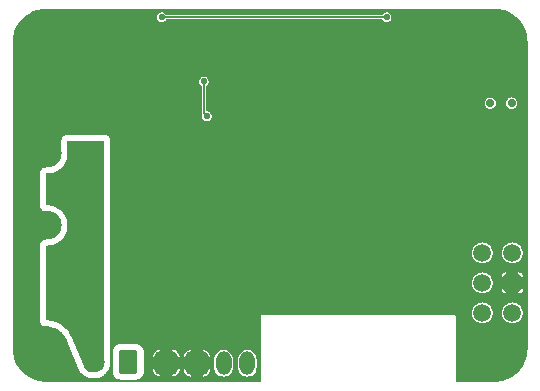
<source format=gbl>
G04*
G04 #@! TF.GenerationSoftware,Altium Limited,Altium Designer,20.1.8 (145)*
G04*
G04 Layer_Physical_Order=2*
G04 Layer_Color=16711680*
%FSAX44Y44*%
%MOMM*%
G71*
G04*
G04 #@! TF.SameCoordinates,038E23F0-B42B-4C45-894E-EE78EB3E0CC3*
G04*
G04*
G04 #@! TF.FilePolarity,Positive*
G04*
G01*
G75*
%ADD14C,0.1270*%
%ADD52C,1.5000*%
G04:AMPARAMS|DCode=53|XSize=1.5mm|YSize=1.5mm|CornerRadius=0.15mm|HoleSize=0mm|Usage=FLASHONLY|Rotation=180.000|XOffset=0mm|YOffset=0mm|HoleType=Round|Shape=RoundedRectangle|*
%AMROUNDEDRECTD53*
21,1,1.5000,1.2000,0,0,180.0*
21,1,1.2000,1.5000,0,0,180.0*
1,1,0.3000,-0.6000,0.6000*
1,1,0.3000,0.6000,0.6000*
1,1,0.3000,0.6000,-0.6000*
1,1,0.3000,-0.6000,-0.6000*
%
%ADD53ROUNDEDRECTD53*%
%ADD66C,0.7000*%
G04:AMPARAMS|DCode=67|XSize=1.6mm|YSize=2mm|CornerRadius=0.16mm|HoleSize=0mm|Usage=FLASHONLY|Rotation=0.000|XOffset=0mm|YOffset=0mm|HoleType=Round|Shape=RoundedRectangle|*
%AMROUNDEDRECTD67*
21,1,1.6000,1.6800,0,0,0.0*
21,1,1.2800,2.0000,0,0,0.0*
1,1,0.3200,0.6400,-0.8400*
1,1,0.3200,-0.6400,-0.8400*
1,1,0.3200,-0.6400,0.8400*
1,1,0.3200,0.6400,0.8400*
%
%ADD67ROUNDEDRECTD67*%
%ADD68C,1.8000*%
%ADD69O,4.0000X2.4000*%
%ADD70C,3.8000*%
G04:AMPARAMS|DCode=71|XSize=1.3mm|YSize=2mm|CornerRadius=0.65mm|HoleSize=0mm|Usage=FLASHONLY|Rotation=0.000|XOffset=0mm|YOffset=0mm|HoleType=Round|Shape=RoundedRectangle|*
%AMROUNDEDRECTD71*
21,1,1.3000,0.7000,0,0,0.0*
21,1,0.0000,2.0000,0,0,0.0*
1,1,1.3000,0.0000,-0.3500*
1,1,1.3000,0.0000,-0.3500*
1,1,1.3000,0.0000,0.3500*
1,1,1.3000,0.0000,0.3500*
%
%ADD71ROUNDEDRECTD71*%
G04:AMPARAMS|DCode=72|XSize=2mm|YSize=2mm|CornerRadius=0.5mm|HoleSize=0mm|Usage=FLASHONLY|Rotation=0.000|XOffset=0mm|YOffset=0mm|HoleType=Round|Shape=RoundedRectangle|*
%AMROUNDEDRECTD72*
21,1,2.0000,1.0000,0,0,0.0*
21,1,1.0000,2.0000,0,0,0.0*
1,1,1.0000,0.5000,-0.5000*
1,1,1.0000,-0.5000,-0.5000*
1,1,1.0000,-0.5000,0.5000*
1,1,1.0000,0.5000,0.5000*
%
%ADD72ROUNDEDRECTD72*%
%ADD73C,0.6600*%
%ADD74C,0.5600*%
G36*
X00030000Y00317855D02*
X00410000D01*
X00410084Y00317866D01*
X00412187Y00317783D01*
X00414360Y00317526D01*
X00416506Y00317099D01*
X00418612Y00316505D01*
X00420665Y00315748D01*
X00422652Y00314832D01*
X00424562Y00313762D01*
X00426381Y00312547D01*
X00428100Y00311192D01*
X00429706Y00309706D01*
X00431192Y00308099D01*
X00432547Y00306381D01*
X00433762Y00304562D01*
X00434832Y00302652D01*
X00435748Y00300665D01*
X00436505Y00298612D01*
X00437099Y00296506D01*
X00437526Y00294360D01*
X00437783Y00292187D01*
X00437820Y00291262D01*
X00437855Y00290000D01*
X00437855Y00290000D01*
X00437855Y00288761D01*
Y00030000D01*
X00437866Y00029915D01*
X00437783Y00027813D01*
X00437526Y00025640D01*
X00437099Y00023494D01*
X00436505Y00021388D01*
X00435748Y00019335D01*
X00434832Y00017348D01*
X00433762Y00015438D01*
X00432547Y00013619D01*
X00431192Y00011901D01*
X00429706Y00010294D01*
X00428100Y00008808D01*
X00426381Y00007454D01*
X00424562Y00006238D01*
X00422652Y00005168D01*
X00420665Y00004252D01*
X00418612Y00003495D01*
X00416506Y00002901D01*
X00414360Y00002474D01*
X00412187Y00002217D01*
X00411261Y00002181D01*
X00410000Y00002145D01*
X00410000Y00002145D01*
X00408752Y00002145D01*
X00377494D01*
Y00057227D01*
X00377396Y00057722D01*
X00377115Y00058142D01*
X00376695Y00058423D01*
X00376200Y00058522D01*
X00213121D01*
X00212626Y00058423D01*
X00212206Y00058142D01*
X00211925Y00057722D01*
X00211827Y00057227D01*
Y00002145D01*
X00030000D01*
X00029915Y00002134D01*
X00027813Y00002217D01*
X00025640Y00002474D01*
X00023494Y00002901D01*
X00021388Y00003495D01*
X00019335Y00004252D01*
X00017348Y00005168D01*
X00015438Y00006238D01*
X00013619Y00007453D01*
X00011901Y00008808D01*
X00010294Y00010294D01*
X00008808Y00011901D01*
X00007454Y00013619D01*
X00006238Y00015438D01*
X00005168Y00017348D01*
X00004252Y00019335D01*
X00003495Y00021388D01*
X00002901Y00023494D01*
X00002474Y00025640D01*
X00002217Y00027813D01*
X00002134Y00029915D01*
X00002145Y00030000D01*
Y00290369D01*
X00002217Y00292187D01*
X00002474Y00294360D01*
X00002901Y00296506D01*
X00003495Y00298612D01*
X00004252Y00300665D01*
X00005168Y00302652D01*
X00006238Y00304562D01*
X00007453Y00306381D01*
X00008808Y00308099D01*
X00010294Y00309706D01*
X00011901Y00311192D01*
X00013619Y00312547D01*
X00015438Y00313762D01*
X00017348Y00314832D01*
X00019335Y00315748D01*
X00021388Y00316505D01*
X00023494Y00317099D01*
X00025640Y00317526D01*
X00027813Y00317783D01*
X00029915Y00317866D01*
X00030000Y00317855D01*
D02*
G37*
%LPC*%
G36*
X00318568Y00314816D02*
X00317771Y00314737D01*
X00317003Y00314504D01*
X00316296Y00314126D01*
X00315676Y00313618D01*
X00315168Y00312998D01*
X00314981Y00312647D01*
X00131724D01*
X00131537Y00312998D01*
X00131028Y00313618D01*
X00130408Y00314126D01*
X00129701Y00314504D01*
X00128934Y00314737D01*
X00128136Y00314816D01*
X00127338Y00314737D01*
X00126571Y00314504D01*
X00125864Y00314126D01*
X00125244Y00313618D01*
X00124736Y00312998D01*
X00124358Y00312291D01*
X00124125Y00311524D01*
X00124046Y00310726D01*
X00124125Y00309928D01*
X00124358Y00309161D01*
X00124736Y00308454D01*
X00125244Y00307834D01*
X00125864Y00307325D01*
X00126571Y00306947D01*
X00127338Y00306715D01*
X00128136Y00306636D01*
X00128934Y00306715D01*
X00129701Y00306947D01*
X00130408Y00307325D01*
X00131028Y00307834D01*
X00131537Y00308454D01*
X00131724Y00308804D01*
X00314981D01*
X00315168Y00308454D01*
X00315676Y00307834D01*
X00316296Y00307325D01*
X00317003Y00306947D01*
X00317771Y00306715D01*
X00318568Y00306636D01*
X00319366Y00306715D01*
X00320133Y00306947D01*
X00320840Y00307325D01*
X00321460Y00307834D01*
X00321969Y00308454D01*
X00322347Y00309161D01*
X00322579Y00309928D01*
X00322658Y00310726D01*
X00322579Y00311524D01*
X00322347Y00312291D01*
X00321969Y00312998D01*
X00321460Y00313618D01*
X00320840Y00314126D01*
X00320133Y00314504D01*
X00319366Y00314737D01*
X00318568Y00314816D01*
D02*
G37*
G36*
X00146268Y00279147D02*
X00145582Y00279079D01*
X00144923Y00278879D01*
X00144314Y00278554D01*
X00143782Y00278117D01*
X00143344Y00277584D01*
X00143019Y00276976D01*
X00142819Y00276316D01*
X00142752Y00275630D01*
X00142819Y00274944D01*
X00143019Y00274284D01*
X00143344Y00273676D01*
X00143782Y00273143D01*
X00144314Y00272706D01*
X00144923Y00272381D01*
X00145582Y00272181D01*
X00146268Y00272113D01*
X00146954Y00272181D01*
X00147614Y00272381D01*
X00148222Y00272706D01*
X00148755Y00273143D01*
X00149193Y00273676D01*
X00149518Y00274284D01*
X00149718Y00274944D01*
X00149785Y00275630D01*
X00149718Y00276316D01*
X00149518Y00276976D01*
X00149193Y00277584D01*
X00148755Y00278117D01*
X00148222Y00278554D01*
X00147614Y00278879D01*
X00146954Y00279079D01*
X00146268Y00279147D01*
D02*
G37*
G36*
X00424384Y00242793D02*
X00423449Y00242701D01*
X00422550Y00242428D01*
X00421721Y00241985D01*
X00420995Y00241389D01*
X00420399Y00240663D01*
X00419956Y00239834D01*
X00419683Y00238935D01*
X00419591Y00238000D01*
X00419683Y00237065D01*
X00419956Y00236166D01*
X00420399Y00235337D01*
X00420995Y00234611D01*
X00421721Y00234015D01*
X00422550Y00233572D01*
X00423449Y00233299D01*
X00424384Y00233207D01*
X00425319Y00233299D01*
X00426218Y00233572D01*
X00427047Y00234015D01*
X00427773Y00234611D01*
X00428369Y00235337D01*
X00428812Y00236166D01*
X00429085Y00237065D01*
X00429177Y00238000D01*
X00429085Y00238935D01*
X00428812Y00239834D01*
X00428369Y00240663D01*
X00427773Y00241389D01*
X00427047Y00241985D01*
X00426218Y00242428D01*
X00425319Y00242701D01*
X00424384Y00242793D01*
D02*
G37*
G36*
X00406384D02*
X00405449Y00242701D01*
X00404550Y00242428D01*
X00403721Y00241985D01*
X00402995Y00241389D01*
X00402399Y00240663D01*
X00401956Y00239834D01*
X00401683Y00238935D01*
X00401591Y00238000D01*
X00401683Y00237065D01*
X00401956Y00236166D01*
X00402399Y00235337D01*
X00402995Y00234611D01*
X00403721Y00234015D01*
X00404550Y00233572D01*
X00405449Y00233299D01*
X00406384Y00233207D01*
X00407319Y00233299D01*
X00408218Y00233572D01*
X00409047Y00234015D01*
X00409773Y00234611D01*
X00410369Y00235337D01*
X00410812Y00236166D01*
X00411085Y00237065D01*
X00411177Y00238000D01*
X00411085Y00238935D01*
X00410812Y00239834D01*
X00410369Y00240663D01*
X00409773Y00241389D01*
X00409047Y00241985D01*
X00408218Y00242428D01*
X00407319Y00242701D01*
X00406384Y00242793D01*
D02*
G37*
G36*
X00163902Y00260372D02*
X00163104Y00260294D01*
X00162337Y00260061D01*
X00161630Y00259683D01*
X00161010Y00259174D01*
X00160502Y00258555D01*
X00160124Y00257848D01*
X00159891Y00257080D01*
X00159813Y00256283D01*
X00159891Y00255485D01*
X00160124Y00254718D01*
X00160502Y00254011D01*
X00161010Y00253391D01*
X00161630Y00252882D01*
X00161981Y00252695D01*
Y00229384D01*
X00161981Y00229384D01*
X00162046Y00228887D01*
X00162238Y00228424D01*
X00162509Y00228071D01*
X00162391Y00227682D01*
X00162313Y00226884D01*
X00162391Y00226086D01*
X00162624Y00225319D01*
X00163002Y00224612D01*
X00163510Y00223992D01*
X00164130Y00223484D01*
X00164837Y00223106D01*
X00165604Y00222873D01*
X00166402Y00222794D01*
X00167200Y00222873D01*
X00167967Y00223106D01*
X00168674Y00223484D01*
X00169294Y00223992D01*
X00169803Y00224612D01*
X00170181Y00225319D01*
X00170413Y00226086D01*
X00170492Y00226884D01*
X00170413Y00227682D01*
X00170181Y00228449D01*
X00169803Y00229156D01*
X00169294Y00229776D01*
X00168674Y00230285D01*
X00167967Y00230663D01*
X00167200Y00230895D01*
X00166402Y00230974D01*
X00165824Y00231498D01*
Y00252695D01*
X00166174Y00252882D01*
X00166794Y00253391D01*
X00167303Y00254011D01*
X00167681Y00254718D01*
X00167913Y00255485D01*
X00167992Y00256283D01*
X00167913Y00257080D01*
X00167681Y00257848D01*
X00167303Y00258555D01*
X00166794Y00259174D01*
X00166174Y00259683D01*
X00165467Y00260061D01*
X00164700Y00260294D01*
X00163902Y00260372D01*
D02*
G37*
G36*
X00425066Y00120021D02*
X00423919Y00119946D01*
X00422791Y00119721D01*
X00421703Y00119352D01*
X00420672Y00118843D01*
X00419716Y00118205D01*
X00418851Y00117447D01*
X00418093Y00116582D01*
X00417455Y00115626D01*
X00416946Y00114595D01*
X00416577Y00113507D01*
X00416352Y00112379D01*
X00416277Y00111232D01*
X00416352Y00110085D01*
X00416577Y00108957D01*
X00416946Y00107869D01*
X00417455Y00106838D01*
X00418093Y00105882D01*
X00418851Y00105017D01*
X00419716Y00104259D01*
X00420672Y00103621D01*
X00421703Y00103112D01*
X00422791Y00102743D01*
X00423919Y00102518D01*
X00425066Y00102443D01*
X00426213Y00102518D01*
X00427341Y00102743D01*
X00428429Y00103112D01*
X00429460Y00103621D01*
X00430416Y00104259D01*
X00431281Y00105017D01*
X00432039Y00105882D01*
X00432677Y00106838D01*
X00433186Y00107869D01*
X00433555Y00108957D01*
X00433780Y00110085D01*
X00433855Y00111232D01*
X00433780Y00112379D01*
X00433555Y00113507D01*
X00433186Y00114595D01*
X00432677Y00115626D01*
X00432039Y00116582D01*
X00431281Y00117447D01*
X00430416Y00118205D01*
X00429460Y00118843D01*
X00428429Y00119352D01*
X00427341Y00119721D01*
X00426213Y00119946D01*
X00425066Y00120021D01*
D02*
G37*
G36*
X00399666D02*
X00398519Y00119946D01*
X00397391Y00119721D01*
X00396303Y00119352D01*
X00395272Y00118843D01*
X00394316Y00118205D01*
X00393451Y00117447D01*
X00392693Y00116582D01*
X00392055Y00115626D01*
X00391546Y00114595D01*
X00391177Y00113507D01*
X00390952Y00112379D01*
X00390877Y00111232D01*
X00390952Y00110085D01*
X00391177Y00108957D01*
X00391546Y00107869D01*
X00392055Y00106838D01*
X00392693Y00105882D01*
X00393451Y00105017D01*
X00394316Y00104259D01*
X00395272Y00103621D01*
X00396303Y00103112D01*
X00397391Y00102743D01*
X00398519Y00102518D01*
X00399666Y00102443D01*
X00400813Y00102518D01*
X00401941Y00102743D01*
X00403029Y00103112D01*
X00404060Y00103621D01*
X00405016Y00104259D01*
X00405881Y00105017D01*
X00406639Y00105882D01*
X00407277Y00106838D01*
X00407786Y00107869D01*
X00408155Y00108957D01*
X00408380Y00110085D01*
X00408455Y00111232D01*
X00408380Y00112379D01*
X00408155Y00113507D01*
X00407786Y00114595D01*
X00407277Y00115626D01*
X00406639Y00116582D01*
X00405881Y00117447D01*
X00405016Y00118205D01*
X00404060Y00118843D01*
X00403029Y00119352D01*
X00401941Y00119721D01*
X00400813Y00119946D01*
X00399666Y00120021D01*
D02*
G37*
G36*
X00431066Y00094626D02*
X00430146D01*
Y00090912D01*
X00433860D01*
Y00091832D01*
X00433765Y00092555D01*
X00433486Y00093229D01*
X00433042Y00093808D01*
X00432463Y00094252D01*
X00431789Y00094531D01*
X00431066Y00094626D01*
D02*
G37*
G36*
X00419986D02*
X00419066D01*
X00418343Y00094531D01*
X00417669Y00094252D01*
X00417090Y00093808D01*
X00416646Y00093229D01*
X00416367Y00092555D01*
X00416272Y00091832D01*
Y00090912D01*
X00419986D01*
Y00094626D01*
D02*
G37*
G36*
X00399666Y00094621D02*
X00398519Y00094546D01*
X00397391Y00094321D01*
X00396303Y00093952D01*
X00395272Y00093443D01*
X00394316Y00092805D01*
X00393451Y00092047D01*
X00392693Y00091182D01*
X00392055Y00090226D01*
X00391546Y00089195D01*
X00391177Y00088107D01*
X00390952Y00086979D01*
X00390877Y00085832D01*
X00390952Y00084685D01*
X00391177Y00083557D01*
X00391546Y00082469D01*
X00392055Y00081438D01*
X00392693Y00080482D01*
X00393451Y00079617D01*
X00394316Y00078859D01*
X00395272Y00078221D01*
X00396303Y00077712D01*
X00397391Y00077343D01*
X00398519Y00077118D01*
X00399666Y00077043D01*
X00400813Y00077118D01*
X00401941Y00077343D01*
X00403029Y00077712D01*
X00404060Y00078221D01*
X00405016Y00078859D01*
X00405881Y00079617D01*
X00406639Y00080482D01*
X00407277Y00081438D01*
X00407786Y00082469D01*
X00408155Y00083557D01*
X00408380Y00084685D01*
X00408455Y00085832D01*
X00408380Y00086979D01*
X00408155Y00088107D01*
X00407786Y00089195D01*
X00407277Y00090226D01*
X00406639Y00091182D01*
X00405881Y00092047D01*
X00405016Y00092805D01*
X00404060Y00093443D01*
X00403029Y00093952D01*
X00401941Y00094321D01*
X00400813Y00094546D01*
X00399666Y00094621D01*
D02*
G37*
G36*
X00433860Y00080752D02*
X00430146D01*
Y00077038D01*
X00431066D01*
X00431789Y00077133D01*
X00432463Y00077412D01*
X00433042Y00077856D01*
X00433486Y00078435D01*
X00433765Y00079109D01*
X00433860Y00079832D01*
Y00080752D01*
D02*
G37*
G36*
X00419986D02*
X00416272D01*
Y00079832D01*
X00416367Y00079109D01*
X00416646Y00078435D01*
X00417090Y00077856D01*
X00417669Y00077412D01*
X00418343Y00077133D01*
X00419066Y00077038D01*
X00419986D01*
Y00080752D01*
D02*
G37*
G36*
X00425066Y00069221D02*
X00423919Y00069146D01*
X00422791Y00068921D01*
X00421703Y00068552D01*
X00420672Y00068043D01*
X00419716Y00067405D01*
X00418851Y00066647D01*
X00418093Y00065782D01*
X00417455Y00064826D01*
X00416946Y00063795D01*
X00416577Y00062707D01*
X00416352Y00061579D01*
X00416277Y00060432D01*
X00416352Y00059285D01*
X00416577Y00058157D01*
X00416946Y00057069D01*
X00417455Y00056038D01*
X00418093Y00055082D01*
X00418851Y00054217D01*
X00419716Y00053459D01*
X00420672Y00052821D01*
X00421703Y00052312D01*
X00422791Y00051943D01*
X00423919Y00051718D01*
X00425066Y00051643D01*
X00426213Y00051718D01*
X00427341Y00051943D01*
X00428429Y00052312D01*
X00429460Y00052821D01*
X00430416Y00053459D01*
X00431281Y00054217D01*
X00432039Y00055082D01*
X00432677Y00056038D01*
X00433186Y00057069D01*
X00433555Y00058157D01*
X00433780Y00059285D01*
X00433855Y00060432D01*
X00433780Y00061579D01*
X00433555Y00062707D01*
X00433186Y00063795D01*
X00432677Y00064826D01*
X00432039Y00065782D01*
X00431281Y00066647D01*
X00430416Y00067405D01*
X00429460Y00068043D01*
X00428429Y00068552D01*
X00427341Y00068921D01*
X00426213Y00069146D01*
X00425066Y00069221D01*
D02*
G37*
G36*
X00399666D02*
X00398519Y00069146D01*
X00397391Y00068921D01*
X00396303Y00068552D01*
X00395272Y00068043D01*
X00394316Y00067405D01*
X00393451Y00066647D01*
X00392693Y00065782D01*
X00392055Y00064826D01*
X00391546Y00063795D01*
X00391177Y00062707D01*
X00390952Y00061579D01*
X00390877Y00060432D01*
X00390952Y00059285D01*
X00391177Y00058157D01*
X00391546Y00057069D01*
X00392055Y00056038D01*
X00392693Y00055082D01*
X00393451Y00054217D01*
X00394316Y00053459D01*
X00395272Y00052821D01*
X00396303Y00052312D01*
X00397391Y00051943D01*
X00398519Y00051718D01*
X00399666Y00051643D01*
X00400813Y00051718D01*
X00401941Y00051943D01*
X00403029Y00052312D01*
X00404060Y00052821D01*
X00405016Y00053459D01*
X00405881Y00054217D01*
X00406639Y00055082D01*
X00407277Y00056038D01*
X00407786Y00057069D01*
X00408155Y00058157D01*
X00408380Y00059285D01*
X00408455Y00060432D01*
X00408380Y00061579D01*
X00408155Y00062707D01*
X00407786Y00063795D01*
X00407277Y00064826D01*
X00406639Y00065782D01*
X00405881Y00066647D01*
X00405016Y00067405D01*
X00404060Y00068043D01*
X00403029Y00068552D01*
X00401941Y00068921D01*
X00400813Y00069146D01*
X00399666Y00069221D01*
D02*
G37*
G36*
X00137140Y00029287D02*
Y00023084D01*
X00143343D01*
X00143272Y00023988D01*
X00143042Y00024948D01*
X00142664Y00025859D01*
X00142148Y00026701D01*
X00141507Y00027451D01*
X00140757Y00028092D01*
X00139915Y00028608D01*
X00139004Y00028986D01*
X00138044Y00029216D01*
X00137140Y00029287D01*
D02*
G37*
G36*
X00126980D02*
X00126076Y00029216D01*
X00125117Y00028986D01*
X00124205Y00028608D01*
X00123363Y00028092D01*
X00122613Y00027451D01*
X00121972Y00026701D01*
X00121456Y00025859D01*
X00121078Y00024948D01*
X00120848Y00023988D01*
X00120777Y00023084D01*
X00126980D01*
Y00029287D01*
D02*
G37*
G36*
X00163048Y00029033D02*
Y00022830D01*
X00169251D01*
X00169180Y00023734D01*
X00168950Y00024694D01*
X00168572Y00025605D01*
X00168056Y00026447D01*
X00167415Y00027197D01*
X00166665Y00027838D01*
X00165823Y00028354D01*
X00164912Y00028732D01*
X00163952Y00028962D01*
X00163048Y00029033D01*
D02*
G37*
G36*
X00152888D02*
X00151984Y00028962D01*
X00151025Y00028732D01*
X00150113Y00028354D01*
X00149271Y00027838D01*
X00148521Y00027197D01*
X00147880Y00026447D01*
X00147364Y00025605D01*
X00146986Y00024694D01*
X00146756Y00023734D01*
X00146685Y00022830D01*
X00152888D01*
Y00029033D01*
D02*
G37*
G36*
X00143343Y00012924D02*
X00137140D01*
Y00006721D01*
X00138044Y00006792D01*
X00139004Y00007023D01*
X00139915Y00007400D01*
X00140757Y00007916D01*
X00141507Y00008557D01*
X00142148Y00009307D01*
X00142664Y00010149D01*
X00143042Y00011061D01*
X00143272Y00012020D01*
X00143343Y00012924D01*
D02*
G37*
G36*
X00126980D02*
X00120777D01*
X00120848Y00012020D01*
X00121078Y00011061D01*
X00121456Y00010149D01*
X00121972Y00009307D01*
X00122613Y00008557D01*
X00123363Y00007916D01*
X00124205Y00007400D01*
X00125117Y00007023D01*
X00126076Y00006792D01*
X00126980Y00006721D01*
Y00012924D01*
D02*
G37*
G36*
X00169251Y00012670D02*
X00163048D01*
Y00006467D01*
X00163952Y00006538D01*
X00164912Y00006769D01*
X00165823Y00007146D01*
X00166665Y00007662D01*
X00167415Y00008303D01*
X00168056Y00009053D01*
X00168572Y00009895D01*
X00168950Y00010806D01*
X00169180Y00011766D01*
X00169251Y00012670D01*
D02*
G37*
G36*
X00152888D02*
X00146685D01*
X00146756Y00011766D01*
X00146986Y00010806D01*
X00147364Y00009895D01*
X00147880Y00009053D01*
X00148521Y00008303D01*
X00149271Y00007662D01*
X00150113Y00007146D01*
X00151025Y00006769D01*
X00151984Y00006538D01*
X00152888Y00006467D01*
Y00012670D01*
D02*
G37*
G36*
X00200640Y00029044D02*
X00199421Y00028948D01*
X00198232Y00028663D01*
X00197102Y00028195D01*
X00196059Y00027556D01*
X00195129Y00026761D01*
X00194335Y00025831D01*
X00193696Y00024788D01*
X00193228Y00023659D01*
X00192942Y00022469D01*
X00192846Y00021250D01*
Y00014250D01*
X00192942Y00013031D01*
X00193228Y00011842D01*
X00193696Y00010712D01*
X00194335Y00009669D01*
X00195129Y00008739D01*
X00196059Y00007944D01*
X00197102Y00007305D01*
X00198232Y00006837D01*
X00199421Y00006552D01*
X00200640Y00006456D01*
X00201859Y00006552D01*
X00203048Y00006837D01*
X00204178Y00007305D01*
X00205221Y00007944D01*
X00206151Y00008739D01*
X00206945Y00009669D01*
X00207584Y00010712D01*
X00208053Y00011842D01*
X00208338Y00013031D01*
X00208434Y00014250D01*
Y00021250D01*
X00208338Y00022469D01*
X00208053Y00023659D01*
X00207584Y00024788D01*
X00206945Y00025831D01*
X00206151Y00026761D01*
X00205221Y00027556D01*
X00204178Y00028195D01*
X00203048Y00028663D01*
X00201859Y00028948D01*
X00200640Y00029044D01*
D02*
G37*
G36*
X00180524D02*
X00179305Y00028948D01*
X00178116Y00028663D01*
X00176986Y00028195D01*
X00175943Y00027556D01*
X00175013Y00026761D01*
X00174219Y00025831D01*
X00173580Y00024788D01*
X00173111Y00023659D01*
X00172826Y00022469D01*
X00172730Y00021250D01*
Y00014250D01*
X00172826Y00013031D01*
X00173111Y00011842D01*
X00173580Y00010712D01*
X00174219Y00009669D01*
X00175013Y00008739D01*
X00175943Y00007944D01*
X00176986Y00007305D01*
X00178116Y00006837D01*
X00179305Y00006552D01*
X00180524Y00006456D01*
X00181743Y00006552D01*
X00182932Y00006837D01*
X00184062Y00007305D01*
X00185105Y00007944D01*
X00186035Y00008739D01*
X00186829Y00009669D01*
X00187468Y00010712D01*
X00187937Y00011842D01*
X00188222Y00013031D01*
X00188318Y00014250D01*
Y00021250D01*
X00188222Y00022469D01*
X00187937Y00023659D01*
X00187468Y00024788D01*
X00186829Y00025831D01*
X00186035Y00026761D01*
X00185105Y00027556D01*
X00184062Y00028195D01*
X00182932Y00028663D01*
X00181743Y00028948D01*
X00180524Y00029044D01*
D02*
G37*
G36*
X00079591Y00211361D02*
X00048353Y00211361D01*
X00047357Y00211263D01*
X00046399Y00210972D01*
X00045517Y00210501D01*
X00044743Y00209866D01*
X00044109Y00209092D01*
X00043637Y00208210D01*
X00043346Y00207252D01*
X00043248Y00206256D01*
X00043248Y00195675D01*
X00043182Y00194327D01*
X00043010Y00193163D01*
X00042724Y00192022D01*
X00042327Y00190914D01*
X00041824Y00189850D01*
X00041219Y00188841D01*
X00040518Y00187896D01*
X00039728Y00187024D01*
X00038856Y00186234D01*
X00037911Y00185533D01*
X00036902Y00184928D01*
X00035838Y00184425D01*
X00034731Y00184028D01*
X00033589Y00183743D01*
X00032425Y00183570D01*
X00031125Y00183506D01*
X00030000D01*
X00029004Y00183408D01*
X00028047Y00183117D01*
X00027164Y00182646D01*
X00026391Y00182011D01*
X00025756Y00181237D01*
X00025284Y00180355D01*
X00024994Y00179397D01*
X00024895Y00178401D01*
X00024895Y00151605D01*
X00024994Y00150609D01*
X00025284Y00149651D01*
X00025756Y00148769D01*
X00026391Y00147995D01*
X00027164Y00147360D01*
X00028047Y00146889D01*
X00029004Y00146598D01*
X00030000Y00146500D01*
X00031125D01*
X00032425Y00146436D01*
X00033589Y00146264D01*
X00034731Y00145978D01*
X00035838Y00145581D01*
X00036902Y00145078D01*
X00037911Y00144473D01*
X00038856Y00143772D01*
X00039728Y00142982D01*
X00040518Y00142111D01*
X00041219Y00141165D01*
X00041824Y00140156D01*
X00042327Y00139092D01*
X00042724Y00137985D01*
X00043010Y00136843D01*
X00043182Y00135679D01*
X00043240Y00134504D01*
X00043182Y00133329D01*
X00043010Y00132165D01*
X00042724Y00131024D01*
X00042327Y00129916D01*
X00041824Y00128852D01*
X00041219Y00127843D01*
X00040518Y00126898D01*
X00039728Y00126026D01*
X00038856Y00125236D01*
X00037911Y00124535D01*
X00036902Y00123930D01*
X00035838Y00123427D01*
X00034731Y00123031D01*
X00033589Y00122745D01*
X00032425Y00122572D01*
X00031125Y00122508D01*
X00030000D01*
X00029004Y00122410D01*
X00028047Y00122120D01*
X00027164Y00121648D01*
X00026391Y00121013D01*
X00025756Y00120239D01*
X00025284Y00119357D01*
X00024994Y00118399D01*
X00024896Y00117404D01*
X00024896Y00054103D01*
X00024934Y00053716D01*
X00024955Y00053326D01*
X00024983Y00053218D01*
X00024994Y00053107D01*
X00025107Y00052734D01*
X00025203Y00052357D01*
X00025252Y00052256D01*
X00025284Y00052150D01*
X00025468Y00051806D01*
X00025636Y00051455D01*
X00025703Y00051365D01*
X00025756Y00051267D01*
X00026003Y00050966D01*
X00026237Y00050654D01*
X00026320Y00050580D01*
X00026391Y00050493D01*
X00026692Y00050247D01*
X00026982Y00049986D01*
X00027078Y00049929D01*
X00027164Y00049859D01*
X00027507Y00049675D01*
X00027843Y00049477D01*
X00027948Y00049440D01*
X00028047Y00049387D01*
X00028419Y00049274D01*
X00028787Y00049145D01*
X00028897Y00049129D01*
X00029004Y00049096D01*
X00029392Y00049058D01*
X00029777Y00049003D01*
X00031655Y00048921D01*
X00033298Y00048705D01*
X00034916Y00048346D01*
X00036496Y00047848D01*
X00038027Y00047214D01*
X00039497Y00046449D01*
X00040894Y00045559D01*
X00042209Y00044550D01*
X00043430Y00043430D01*
X00044550Y00042209D01*
X00045559Y00040894D01*
X00046449Y00039497D01*
X00046847Y00038731D01*
X00046905Y00038643D01*
X00046948Y00038546D01*
X00047417Y00037731D01*
X00047788Y00036849D01*
X00057590Y00013552D01*
X00057830Y00012981D01*
X00057998Y00012670D01*
X00058148Y00012349D01*
X00058786Y00011274D01*
X00058996Y00010989D01*
X00059189Y00010692D01*
X00059970Y00009716D01*
X00060217Y00009462D01*
X00060449Y00009195D01*
X00061357Y00008336D01*
X00061637Y00008119D01*
X00061903Y00007886D01*
X00062922Y00007161D01*
X00063229Y00006985D01*
X00063525Y00006792D01*
X00064634Y00006214D01*
X00064962Y00006082D01*
X00065283Y00005932D01*
X00066461Y00005513D01*
X00066804Y00005428D01*
X00067142Y00005323D01*
X00068367Y00005071D01*
X00068719Y00005034D01*
X00069068Y00004977D01*
X00070316Y00004897D01*
X00070670Y00004909D01*
X00071023Y00004901D01*
X00072270Y00004994D01*
X00072619Y00005055D01*
X00072970Y00005095D01*
X00074192Y00005360D01*
X00074529Y00005469D01*
X00074872Y00005558D01*
X00076045Y00005989D01*
X00076364Y00006143D01*
X00076691Y00006278D01*
X00077794Y00006867D01*
X00078088Y00007064D01*
X00078393Y00007243D01*
X00079404Y00007979D01*
X00079668Y00008215D01*
X00079945Y00008434D01*
X00080845Y00009303D01*
X00081074Y00009573D01*
X00081318Y00009829D01*
X00082089Y00010814D01*
X00082278Y00011112D01*
X00082485Y00011400D01*
X00083112Y00012481D01*
X00083258Y00012803D01*
X00083423Y00013117D01*
X00083895Y00014275D01*
X00083995Y00014614D01*
X00084115Y00014947D01*
X00084422Y00016159D01*
X00084475Y00016509D01*
X00084548Y00016855D01*
X00084684Y00018098D01*
X00084688Y00018452D01*
X00084712Y00018805D01*
X00084696Y00019339D01*
X00084696Y00206257D01*
X00084598Y00207252D01*
X00084307Y00208210D01*
X00083836Y00209092D01*
X00083201Y00209866D01*
X00082427Y00210501D01*
X00081545Y00210972D01*
X00080587Y00211263D01*
X00079591Y00211361D01*
D02*
G37*
G36*
X00106128Y00034121D02*
X00093328D01*
X00092279Y00034038D01*
X00091257Y00033793D01*
X00090286Y00033390D01*
X00089389Y00032841D01*
X00088589Y00032158D01*
X00087907Y00031359D01*
X00087357Y00030462D01*
X00086955Y00029491D01*
X00086709Y00028468D01*
X00086627Y00027420D01*
Y00010620D01*
X00086709Y00009572D01*
X00086955Y00008549D01*
X00087357Y00007578D01*
X00087907Y00006682D01*
X00088589Y00005882D01*
X00089389Y00005199D01*
X00090286Y00004650D01*
X00091257Y00004247D01*
X00092279Y00004002D01*
X00093328Y00003919D01*
X00106128D01*
X00107176Y00004002D01*
X00108198Y00004247D01*
X00109170Y00004650D01*
X00110066Y00005199D01*
X00110866Y00005882D01*
X00111548Y00006682D01*
X00112098Y00007578D01*
X00112500Y00008549D01*
X00112746Y00009572D01*
X00112828Y00010620D01*
Y00027420D01*
X00112746Y00028468D01*
X00112500Y00029491D01*
X00112098Y00030462D01*
X00111548Y00031359D01*
X00110866Y00032158D01*
X00110066Y00032841D01*
X00109170Y00033390D01*
X00108198Y00033793D01*
X00107176Y00034038D01*
X00106128Y00034121D01*
D02*
G37*
%LPD*%
G36*
X00079591Y00019279D02*
X00079591Y00019279D01*
X00079609Y00018654D01*
X00079473Y00017411D01*
X00079167Y00016199D01*
X00078695Y00015041D01*
X00078068Y00013959D01*
X00077298Y00012974D01*
X00076399Y00012106D01*
X00075388Y00011370D01*
X00074285Y00010780D01*
X00073112Y00010349D01*
X00071890Y00010084D01*
X00070643Y00009991D01*
X00069395Y00010071D01*
X00068170Y00010323D01*
X00066992Y00010741D01*
X00065883Y00011319D01*
X00064865Y00012044D01*
X00063956Y00012904D01*
X00063175Y00013880D01*
X00062537Y00014955D01*
X00062295Y00015532D01*
X00052493Y00038829D01*
X00052000Y00040000D01*
Y00040000D01*
X00051375Y00041088D01*
X00050874Y00042052D01*
X00049744Y00043825D01*
X00048464Y00045493D01*
X00047043Y00047043D01*
X00045493Y00048464D01*
X00043825Y00049744D01*
X00042052Y00050874D01*
X00040186Y00051845D01*
X00038244Y00052649D01*
X00036238Y00053282D01*
X00034186Y00053737D01*
X00032101Y00054011D01*
X00030000Y00054103D01*
X00030000Y00117404D01*
X00031250D01*
X00032926Y00117486D01*
X00034586Y00117732D01*
X00036214Y00118140D01*
X00037794Y00118705D01*
X00039311Y00119423D01*
X00040751Y00120286D01*
X00042098Y00121285D01*
X00043342Y00122412D01*
X00044469Y00123656D01*
X00045469Y00125004D01*
X00046331Y00126443D01*
X00047049Y00127960D01*
X00047614Y00129540D01*
X00048022Y00131168D01*
X00048268Y00132828D01*
X00048351Y00134504D01*
X00048268Y00136180D01*
X00048022Y00137840D01*
X00047614Y00139468D01*
X00047049Y00141048D01*
X00046331Y00142565D01*
X00045469Y00144005D01*
X00044469Y00145353D01*
X00043342Y00146596D01*
X00042098Y00147723D01*
X00040751Y00148723D01*
X00039311Y00149586D01*
X00037794Y00150303D01*
X00036214Y00150868D01*
X00034586Y00151276D01*
X00032926Y00151522D01*
X00031250Y00151605D01*
X00030000D01*
X00030000Y00178401D01*
X00031250D01*
X00032926Y00178484D01*
X00034586Y00178730D01*
X00036214Y00179138D01*
X00037794Y00179703D01*
X00039311Y00180421D01*
X00040751Y00181283D01*
X00042098Y00182283D01*
X00043342Y00183410D01*
X00044469Y00184653D01*
X00045469Y00186001D01*
X00046331Y00187441D01*
X00047049Y00188958D01*
X00047614Y00190538D01*
X00048022Y00192166D01*
X00048268Y00193826D01*
X00048351Y00195502D01*
X00048353D01*
X00048353Y00206256D01*
X00079591Y00206257D01*
X00079591Y00019279D01*
D02*
G37*
D14*
X00128136Y00310726D02*
X00318568D01*
X00163902Y00229384D02*
X00166402Y00226884D01*
X00163902Y00229384D02*
Y00256283D01*
D52*
X00146270Y00275632D02*
D03*
X00399666Y00111232D02*
D03*
Y00085832D02*
D03*
Y00060432D02*
D03*
X00425066D02*
D03*
Y00111232D02*
D03*
D53*
Y00085832D02*
D03*
D66*
X00146268Y00275630D02*
D03*
X00424384Y00238000D02*
D03*
X00406384D02*
D03*
D67*
X00099727Y00019020D02*
D03*
D68*
X00070592D02*
D03*
D69*
X00023250Y00195502D02*
D03*
Y00134504D02*
D03*
X00416750Y00195502D02*
D03*
Y00134504D02*
D03*
D70*
X00410000Y00290000D02*
D03*
Y00030000D02*
D03*
X00030000D02*
D03*
Y00290000D02*
D03*
D71*
X00200640Y00017750D02*
D03*
X00180524D02*
D03*
D72*
X00157968D02*
D03*
X00132060Y00018004D02*
D03*
D73*
X00415510Y00232750D02*
D03*
X00196688Y00255000D02*
D03*
X00172656Y00057706D02*
D03*
X00181312Y00255000D02*
D03*
X00173625D02*
D03*
X00099846Y00275729D02*
D03*
X00060708D02*
D03*
X00080277D02*
D03*
X00109631D02*
D03*
X00090062D02*
D03*
X00070492D02*
D03*
X00023134Y00238674D02*
D03*
Y00246981D02*
D03*
Y00230038D02*
D03*
X00189000Y00255000D02*
D03*
X00196688Y00240500D02*
D03*
Y00247750D02*
D03*
X00226239Y00244078D02*
D03*
X00209998Y00236712D02*
D03*
X00218111Y00244078D02*
D03*
Y00236750D02*
D03*
X00226239D02*
D03*
X00075421Y00202904D02*
D03*
Y00185146D02*
D03*
X00174244Y00142885D02*
D03*
X00075421Y00131369D02*
D03*
Y00113938D02*
D03*
X00153273Y00038415D02*
D03*
X00162450D02*
D03*
X00144097D02*
D03*
X00134920D02*
D03*
X00166884Y00032746D02*
D03*
X00209998Y00244078D02*
D03*
X00366432Y00235972D02*
D03*
X00308430Y00293380D02*
D03*
X00372964Y00240520D02*
D03*
X00130214Y00032746D02*
D03*
X00300549Y00293380D02*
D03*
X00292668D02*
D03*
X00186750Y00186055D02*
D03*
X00284370Y00293380D02*
D03*
X00276073D02*
D03*
X00415510Y00243530D02*
D03*
X00052158Y00185146D02*
D03*
X00059912D02*
D03*
X00067667D02*
D03*
X00052158Y00131369D02*
D03*
X00059912D02*
D03*
X00067667D02*
D03*
X00139390Y00032746D02*
D03*
X00157743D02*
D03*
X00075421Y00043208D02*
D03*
X00067667D02*
D03*
X00059912D02*
D03*
X00052158Y00061958D02*
D03*
X00059912D02*
D03*
X00067667D02*
D03*
X00075421D02*
D03*
X00067667Y00113938D02*
D03*
X00059912D02*
D03*
X00052158D02*
D03*
X00059912Y00034778D02*
D03*
X00067667D02*
D03*
X00075421D02*
D03*
X00259478Y00293380D02*
D03*
X00267776D02*
D03*
X00148567Y00032746D02*
D03*
X00067667Y00202904D02*
D03*
X00059912D02*
D03*
X00052158D02*
D03*
X00195156Y00091420D02*
D03*
D74*
X00318568Y00310726D02*
D03*
X00163902Y00256283D02*
D03*
X00166402Y00226884D02*
D03*
X00128136Y00310726D02*
D03*
M02*

</source>
